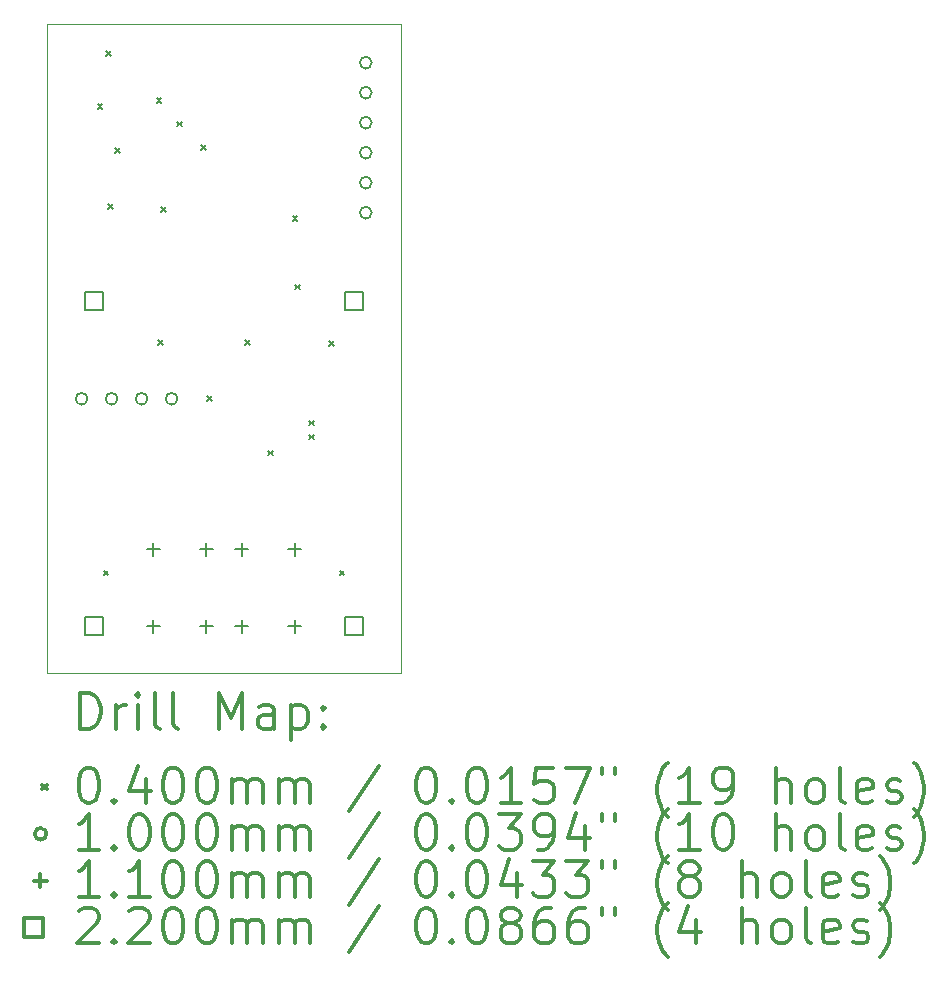
<source format=gbr>
%FSLAX45Y45*%
G04 Gerber Fmt 4.5, Leading zero omitted, Abs format (unit mm)*
G04 Created by KiCad (PCBNEW 5.99.0+really5.1.10+dfsg1-1) date 2022-07-07 23:47:38*
%MOMM*%
%LPD*%
G01*
G04 APERTURE LIST*
%TA.AperFunction,Profile*%
%ADD10C,0.050000*%
%TD*%
%ADD11C,0.200000*%
%ADD12C,0.300000*%
G04 APERTURE END LIST*
D10*
X0Y-5500000D02*
X0Y0D01*
X3000000Y-5500000D02*
X0Y-5500000D01*
X3000000Y0D02*
X3000000Y-5500000D01*
X0Y0D02*
X3000000Y0D01*
D11*
X430000Y-680000D02*
X470000Y-720000D01*
X470000Y-680000D02*
X430000Y-720000D01*
X480000Y-4630000D02*
X520000Y-4670000D01*
X520000Y-4630000D02*
X480000Y-4670000D01*
X505000Y-230000D02*
X545000Y-270000D01*
X545000Y-230000D02*
X505000Y-270000D01*
X520000Y-1530000D02*
X560000Y-1570000D01*
X560000Y-1530000D02*
X520000Y-1570000D01*
X580000Y-1055000D02*
X620000Y-1095000D01*
X620000Y-1055000D02*
X580000Y-1095000D01*
X930000Y-630000D02*
X970000Y-670000D01*
X970000Y-630000D02*
X930000Y-670000D01*
X944502Y-2680000D02*
X984502Y-2720000D01*
X984502Y-2680000D02*
X944502Y-2720000D01*
X970000Y-1550000D02*
X1010000Y-1590000D01*
X1010000Y-1550000D02*
X970000Y-1590000D01*
X1105000Y-830000D02*
X1145000Y-870000D01*
X1145000Y-830000D02*
X1105000Y-870000D01*
X1305000Y-1030000D02*
X1345000Y-1070000D01*
X1345000Y-1030000D02*
X1305000Y-1070000D01*
X1355000Y-3155000D02*
X1395000Y-3195000D01*
X1395000Y-3155000D02*
X1355000Y-3195000D01*
X1680000Y-2680000D02*
X1720000Y-2720000D01*
X1720000Y-2680000D02*
X1680000Y-2720000D01*
X1875000Y-3615000D02*
X1915000Y-3655000D01*
X1915000Y-3615000D02*
X1875000Y-3655000D01*
X2080000Y-1630000D02*
X2120000Y-1670000D01*
X2120000Y-1630000D02*
X2080000Y-1670000D01*
X2100000Y-2210000D02*
X2140000Y-2250000D01*
X2140000Y-2210000D02*
X2100000Y-2250000D01*
X2220000Y-3360000D02*
X2260000Y-3400000D01*
X2260000Y-3360000D02*
X2220000Y-3400000D01*
X2220000Y-3480000D02*
X2260000Y-3520000D01*
X2260000Y-3480000D02*
X2220000Y-3520000D01*
X2390000Y-2690000D02*
X2430000Y-2730000D01*
X2430000Y-2690000D02*
X2390000Y-2730000D01*
X2480000Y-4630000D02*
X2520000Y-4670000D01*
X2520000Y-4630000D02*
X2480000Y-4670000D01*
X344000Y-3175000D02*
G75*
G03*
X344000Y-3175000I-50000J0D01*
G01*
X598000Y-3175000D02*
G75*
G03*
X598000Y-3175000I-50000J0D01*
G01*
X852000Y-3175000D02*
G75*
G03*
X852000Y-3175000I-50000J0D01*
G01*
X1106000Y-3175000D02*
G75*
G03*
X1106000Y-3175000I-50000J0D01*
G01*
X2750000Y-330000D02*
G75*
G03*
X2750000Y-330000I-50000J0D01*
G01*
X2750000Y-584000D02*
G75*
G03*
X2750000Y-584000I-50000J0D01*
G01*
X2750000Y-838000D02*
G75*
G03*
X2750000Y-838000I-50000J0D01*
G01*
X2750000Y-1092000D02*
G75*
G03*
X2750000Y-1092000I-50000J0D01*
G01*
X2750000Y-1346000D02*
G75*
G03*
X2750000Y-1346000I-50000J0D01*
G01*
X2750000Y-1600000D02*
G75*
G03*
X2750000Y-1600000I-50000J0D01*
G01*
X900000Y-4395000D02*
X900000Y-4505000D01*
X845000Y-4450000D02*
X955000Y-4450000D01*
X900000Y-5045000D02*
X900000Y-5155000D01*
X845000Y-5100000D02*
X955000Y-5100000D01*
X1350000Y-4395000D02*
X1350000Y-4505000D01*
X1295000Y-4450000D02*
X1405000Y-4450000D01*
X1350000Y-5045000D02*
X1350000Y-5155000D01*
X1295000Y-5100000D02*
X1405000Y-5100000D01*
X1650000Y-4395000D02*
X1650000Y-4505000D01*
X1595000Y-4450000D02*
X1705000Y-4450000D01*
X1650000Y-5045000D02*
X1650000Y-5155000D01*
X1595000Y-5100000D02*
X1705000Y-5100000D01*
X2100000Y-4395000D02*
X2100000Y-4505000D01*
X2045000Y-4450000D02*
X2155000Y-4450000D01*
X2100000Y-5045000D02*
X2100000Y-5155000D01*
X2045000Y-5100000D02*
X2155000Y-5100000D01*
X477782Y-2427783D02*
X477782Y-2272218D01*
X322218Y-2272218D01*
X322218Y-2427783D01*
X477782Y-2427783D01*
X477782Y-5177783D02*
X477782Y-5022218D01*
X322218Y-5022218D01*
X322218Y-5177783D01*
X477782Y-5177783D01*
X2677783Y-2427783D02*
X2677783Y-2272218D01*
X2522218Y-2272218D01*
X2522218Y-2427783D01*
X2677783Y-2427783D01*
X2677783Y-5177783D02*
X2677783Y-5022218D01*
X2522218Y-5022218D01*
X2522218Y-5177783D01*
X2677783Y-5177783D01*
D12*
X283928Y-5968214D02*
X283928Y-5668214D01*
X355357Y-5668214D01*
X398214Y-5682500D01*
X426786Y-5711071D01*
X441071Y-5739643D01*
X455357Y-5796786D01*
X455357Y-5839643D01*
X441071Y-5896786D01*
X426786Y-5925357D01*
X398214Y-5953929D01*
X355357Y-5968214D01*
X283928Y-5968214D01*
X583928Y-5968214D02*
X583928Y-5768214D01*
X583928Y-5825357D02*
X598214Y-5796786D01*
X612500Y-5782500D01*
X641071Y-5768214D01*
X669643Y-5768214D01*
X769643Y-5968214D02*
X769643Y-5768214D01*
X769643Y-5668214D02*
X755357Y-5682500D01*
X769643Y-5696786D01*
X783928Y-5682500D01*
X769643Y-5668214D01*
X769643Y-5696786D01*
X955357Y-5968214D02*
X926786Y-5953929D01*
X912500Y-5925357D01*
X912500Y-5668214D01*
X1112500Y-5968214D02*
X1083928Y-5953929D01*
X1069643Y-5925357D01*
X1069643Y-5668214D01*
X1455357Y-5968214D02*
X1455357Y-5668214D01*
X1555357Y-5882500D01*
X1655357Y-5668214D01*
X1655357Y-5968214D01*
X1926786Y-5968214D02*
X1926786Y-5811071D01*
X1912500Y-5782500D01*
X1883928Y-5768214D01*
X1826786Y-5768214D01*
X1798214Y-5782500D01*
X1926786Y-5953929D02*
X1898214Y-5968214D01*
X1826786Y-5968214D01*
X1798214Y-5953929D01*
X1783928Y-5925357D01*
X1783928Y-5896786D01*
X1798214Y-5868214D01*
X1826786Y-5853929D01*
X1898214Y-5853929D01*
X1926786Y-5839643D01*
X2069643Y-5768214D02*
X2069643Y-6068214D01*
X2069643Y-5782500D02*
X2098214Y-5768214D01*
X2155357Y-5768214D01*
X2183928Y-5782500D01*
X2198214Y-5796786D01*
X2212500Y-5825357D01*
X2212500Y-5911071D01*
X2198214Y-5939643D01*
X2183928Y-5953929D01*
X2155357Y-5968214D01*
X2098214Y-5968214D01*
X2069643Y-5953929D01*
X2341071Y-5939643D02*
X2355357Y-5953929D01*
X2341071Y-5968214D01*
X2326786Y-5953929D01*
X2341071Y-5939643D01*
X2341071Y-5968214D01*
X2341071Y-5782500D02*
X2355357Y-5796786D01*
X2341071Y-5811071D01*
X2326786Y-5796786D01*
X2341071Y-5782500D01*
X2341071Y-5811071D01*
X-42500Y-6442500D02*
X-2500Y-6482500D01*
X-2500Y-6442500D02*
X-42500Y-6482500D01*
X341071Y-6298214D02*
X369643Y-6298214D01*
X398214Y-6312500D01*
X412500Y-6326786D01*
X426786Y-6355357D01*
X441071Y-6412500D01*
X441071Y-6483929D01*
X426786Y-6541071D01*
X412500Y-6569643D01*
X398214Y-6583929D01*
X369643Y-6598214D01*
X341071Y-6598214D01*
X312500Y-6583929D01*
X298214Y-6569643D01*
X283928Y-6541071D01*
X269643Y-6483929D01*
X269643Y-6412500D01*
X283928Y-6355357D01*
X298214Y-6326786D01*
X312500Y-6312500D01*
X341071Y-6298214D01*
X569643Y-6569643D02*
X583928Y-6583929D01*
X569643Y-6598214D01*
X555357Y-6583929D01*
X569643Y-6569643D01*
X569643Y-6598214D01*
X841071Y-6398214D02*
X841071Y-6598214D01*
X769643Y-6283929D02*
X698214Y-6498214D01*
X883928Y-6498214D01*
X1055357Y-6298214D02*
X1083928Y-6298214D01*
X1112500Y-6312500D01*
X1126786Y-6326786D01*
X1141071Y-6355357D01*
X1155357Y-6412500D01*
X1155357Y-6483929D01*
X1141071Y-6541071D01*
X1126786Y-6569643D01*
X1112500Y-6583929D01*
X1083928Y-6598214D01*
X1055357Y-6598214D01*
X1026786Y-6583929D01*
X1012500Y-6569643D01*
X998214Y-6541071D01*
X983928Y-6483929D01*
X983928Y-6412500D01*
X998214Y-6355357D01*
X1012500Y-6326786D01*
X1026786Y-6312500D01*
X1055357Y-6298214D01*
X1341071Y-6298214D02*
X1369643Y-6298214D01*
X1398214Y-6312500D01*
X1412500Y-6326786D01*
X1426786Y-6355357D01*
X1441071Y-6412500D01*
X1441071Y-6483929D01*
X1426786Y-6541071D01*
X1412500Y-6569643D01*
X1398214Y-6583929D01*
X1369643Y-6598214D01*
X1341071Y-6598214D01*
X1312500Y-6583929D01*
X1298214Y-6569643D01*
X1283928Y-6541071D01*
X1269643Y-6483929D01*
X1269643Y-6412500D01*
X1283928Y-6355357D01*
X1298214Y-6326786D01*
X1312500Y-6312500D01*
X1341071Y-6298214D01*
X1569643Y-6598214D02*
X1569643Y-6398214D01*
X1569643Y-6426786D02*
X1583928Y-6412500D01*
X1612500Y-6398214D01*
X1655357Y-6398214D01*
X1683928Y-6412500D01*
X1698214Y-6441071D01*
X1698214Y-6598214D01*
X1698214Y-6441071D02*
X1712500Y-6412500D01*
X1741071Y-6398214D01*
X1783928Y-6398214D01*
X1812500Y-6412500D01*
X1826786Y-6441071D01*
X1826786Y-6598214D01*
X1969643Y-6598214D02*
X1969643Y-6398214D01*
X1969643Y-6426786D02*
X1983928Y-6412500D01*
X2012500Y-6398214D01*
X2055357Y-6398214D01*
X2083928Y-6412500D01*
X2098214Y-6441071D01*
X2098214Y-6598214D01*
X2098214Y-6441071D02*
X2112500Y-6412500D01*
X2141071Y-6398214D01*
X2183928Y-6398214D01*
X2212500Y-6412500D01*
X2226786Y-6441071D01*
X2226786Y-6598214D01*
X2812500Y-6283929D02*
X2555357Y-6669643D01*
X3198214Y-6298214D02*
X3226786Y-6298214D01*
X3255357Y-6312500D01*
X3269643Y-6326786D01*
X3283928Y-6355357D01*
X3298214Y-6412500D01*
X3298214Y-6483929D01*
X3283928Y-6541071D01*
X3269643Y-6569643D01*
X3255357Y-6583929D01*
X3226786Y-6598214D01*
X3198214Y-6598214D01*
X3169643Y-6583929D01*
X3155357Y-6569643D01*
X3141071Y-6541071D01*
X3126786Y-6483929D01*
X3126786Y-6412500D01*
X3141071Y-6355357D01*
X3155357Y-6326786D01*
X3169643Y-6312500D01*
X3198214Y-6298214D01*
X3426786Y-6569643D02*
X3441071Y-6583929D01*
X3426786Y-6598214D01*
X3412500Y-6583929D01*
X3426786Y-6569643D01*
X3426786Y-6598214D01*
X3626786Y-6298214D02*
X3655357Y-6298214D01*
X3683928Y-6312500D01*
X3698214Y-6326786D01*
X3712500Y-6355357D01*
X3726786Y-6412500D01*
X3726786Y-6483929D01*
X3712500Y-6541071D01*
X3698214Y-6569643D01*
X3683928Y-6583929D01*
X3655357Y-6598214D01*
X3626786Y-6598214D01*
X3598214Y-6583929D01*
X3583928Y-6569643D01*
X3569643Y-6541071D01*
X3555357Y-6483929D01*
X3555357Y-6412500D01*
X3569643Y-6355357D01*
X3583928Y-6326786D01*
X3598214Y-6312500D01*
X3626786Y-6298214D01*
X4012500Y-6598214D02*
X3841071Y-6598214D01*
X3926786Y-6598214D02*
X3926786Y-6298214D01*
X3898214Y-6341071D01*
X3869643Y-6369643D01*
X3841071Y-6383929D01*
X4283928Y-6298214D02*
X4141071Y-6298214D01*
X4126786Y-6441071D01*
X4141071Y-6426786D01*
X4169643Y-6412500D01*
X4241071Y-6412500D01*
X4269643Y-6426786D01*
X4283928Y-6441071D01*
X4298214Y-6469643D01*
X4298214Y-6541071D01*
X4283928Y-6569643D01*
X4269643Y-6583929D01*
X4241071Y-6598214D01*
X4169643Y-6598214D01*
X4141071Y-6583929D01*
X4126786Y-6569643D01*
X4398214Y-6298214D02*
X4598214Y-6298214D01*
X4469643Y-6598214D01*
X4698214Y-6298214D02*
X4698214Y-6355357D01*
X4812500Y-6298214D02*
X4812500Y-6355357D01*
X5255357Y-6712500D02*
X5241071Y-6698214D01*
X5212500Y-6655357D01*
X5198214Y-6626786D01*
X5183928Y-6583929D01*
X5169643Y-6512500D01*
X5169643Y-6455357D01*
X5183928Y-6383929D01*
X5198214Y-6341071D01*
X5212500Y-6312500D01*
X5241071Y-6269643D01*
X5255357Y-6255357D01*
X5526786Y-6598214D02*
X5355357Y-6598214D01*
X5441071Y-6598214D02*
X5441071Y-6298214D01*
X5412500Y-6341071D01*
X5383928Y-6369643D01*
X5355357Y-6383929D01*
X5669643Y-6598214D02*
X5726786Y-6598214D01*
X5755357Y-6583929D01*
X5769643Y-6569643D01*
X5798214Y-6526786D01*
X5812500Y-6469643D01*
X5812500Y-6355357D01*
X5798214Y-6326786D01*
X5783928Y-6312500D01*
X5755357Y-6298214D01*
X5698214Y-6298214D01*
X5669643Y-6312500D01*
X5655357Y-6326786D01*
X5641071Y-6355357D01*
X5641071Y-6426786D01*
X5655357Y-6455357D01*
X5669643Y-6469643D01*
X5698214Y-6483929D01*
X5755357Y-6483929D01*
X5783928Y-6469643D01*
X5798214Y-6455357D01*
X5812500Y-6426786D01*
X6169643Y-6598214D02*
X6169643Y-6298214D01*
X6298214Y-6598214D02*
X6298214Y-6441071D01*
X6283928Y-6412500D01*
X6255357Y-6398214D01*
X6212500Y-6398214D01*
X6183928Y-6412500D01*
X6169643Y-6426786D01*
X6483928Y-6598214D02*
X6455357Y-6583929D01*
X6441071Y-6569643D01*
X6426786Y-6541071D01*
X6426786Y-6455357D01*
X6441071Y-6426786D01*
X6455357Y-6412500D01*
X6483928Y-6398214D01*
X6526786Y-6398214D01*
X6555357Y-6412500D01*
X6569643Y-6426786D01*
X6583928Y-6455357D01*
X6583928Y-6541071D01*
X6569643Y-6569643D01*
X6555357Y-6583929D01*
X6526786Y-6598214D01*
X6483928Y-6598214D01*
X6755357Y-6598214D02*
X6726786Y-6583929D01*
X6712500Y-6555357D01*
X6712500Y-6298214D01*
X6983928Y-6583929D02*
X6955357Y-6598214D01*
X6898214Y-6598214D01*
X6869643Y-6583929D01*
X6855357Y-6555357D01*
X6855357Y-6441071D01*
X6869643Y-6412500D01*
X6898214Y-6398214D01*
X6955357Y-6398214D01*
X6983928Y-6412500D01*
X6998214Y-6441071D01*
X6998214Y-6469643D01*
X6855357Y-6498214D01*
X7112500Y-6583929D02*
X7141071Y-6598214D01*
X7198214Y-6598214D01*
X7226786Y-6583929D01*
X7241071Y-6555357D01*
X7241071Y-6541071D01*
X7226786Y-6512500D01*
X7198214Y-6498214D01*
X7155357Y-6498214D01*
X7126786Y-6483929D01*
X7112500Y-6455357D01*
X7112500Y-6441071D01*
X7126786Y-6412500D01*
X7155357Y-6398214D01*
X7198214Y-6398214D01*
X7226786Y-6412500D01*
X7341071Y-6712500D02*
X7355357Y-6698214D01*
X7383928Y-6655357D01*
X7398214Y-6626786D01*
X7412500Y-6583929D01*
X7426786Y-6512500D01*
X7426786Y-6455357D01*
X7412500Y-6383929D01*
X7398214Y-6341071D01*
X7383928Y-6312500D01*
X7355357Y-6269643D01*
X7341071Y-6255357D01*
X-2500Y-6858500D02*
G75*
G03*
X-2500Y-6858500I-50000J0D01*
G01*
X441071Y-6994214D02*
X269643Y-6994214D01*
X355357Y-6994214D02*
X355357Y-6694214D01*
X326786Y-6737071D01*
X298214Y-6765643D01*
X269643Y-6779929D01*
X569643Y-6965643D02*
X583928Y-6979929D01*
X569643Y-6994214D01*
X555357Y-6979929D01*
X569643Y-6965643D01*
X569643Y-6994214D01*
X769643Y-6694214D02*
X798214Y-6694214D01*
X826786Y-6708500D01*
X841071Y-6722786D01*
X855357Y-6751357D01*
X869643Y-6808500D01*
X869643Y-6879929D01*
X855357Y-6937071D01*
X841071Y-6965643D01*
X826786Y-6979929D01*
X798214Y-6994214D01*
X769643Y-6994214D01*
X741071Y-6979929D01*
X726786Y-6965643D01*
X712500Y-6937071D01*
X698214Y-6879929D01*
X698214Y-6808500D01*
X712500Y-6751357D01*
X726786Y-6722786D01*
X741071Y-6708500D01*
X769643Y-6694214D01*
X1055357Y-6694214D02*
X1083928Y-6694214D01*
X1112500Y-6708500D01*
X1126786Y-6722786D01*
X1141071Y-6751357D01*
X1155357Y-6808500D01*
X1155357Y-6879929D01*
X1141071Y-6937071D01*
X1126786Y-6965643D01*
X1112500Y-6979929D01*
X1083928Y-6994214D01*
X1055357Y-6994214D01*
X1026786Y-6979929D01*
X1012500Y-6965643D01*
X998214Y-6937071D01*
X983928Y-6879929D01*
X983928Y-6808500D01*
X998214Y-6751357D01*
X1012500Y-6722786D01*
X1026786Y-6708500D01*
X1055357Y-6694214D01*
X1341071Y-6694214D02*
X1369643Y-6694214D01*
X1398214Y-6708500D01*
X1412500Y-6722786D01*
X1426786Y-6751357D01*
X1441071Y-6808500D01*
X1441071Y-6879929D01*
X1426786Y-6937071D01*
X1412500Y-6965643D01*
X1398214Y-6979929D01*
X1369643Y-6994214D01*
X1341071Y-6994214D01*
X1312500Y-6979929D01*
X1298214Y-6965643D01*
X1283928Y-6937071D01*
X1269643Y-6879929D01*
X1269643Y-6808500D01*
X1283928Y-6751357D01*
X1298214Y-6722786D01*
X1312500Y-6708500D01*
X1341071Y-6694214D01*
X1569643Y-6994214D02*
X1569643Y-6794214D01*
X1569643Y-6822786D02*
X1583928Y-6808500D01*
X1612500Y-6794214D01*
X1655357Y-6794214D01*
X1683928Y-6808500D01*
X1698214Y-6837071D01*
X1698214Y-6994214D01*
X1698214Y-6837071D02*
X1712500Y-6808500D01*
X1741071Y-6794214D01*
X1783928Y-6794214D01*
X1812500Y-6808500D01*
X1826786Y-6837071D01*
X1826786Y-6994214D01*
X1969643Y-6994214D02*
X1969643Y-6794214D01*
X1969643Y-6822786D02*
X1983928Y-6808500D01*
X2012500Y-6794214D01*
X2055357Y-6794214D01*
X2083928Y-6808500D01*
X2098214Y-6837071D01*
X2098214Y-6994214D01*
X2098214Y-6837071D02*
X2112500Y-6808500D01*
X2141071Y-6794214D01*
X2183928Y-6794214D01*
X2212500Y-6808500D01*
X2226786Y-6837071D01*
X2226786Y-6994214D01*
X2812500Y-6679929D02*
X2555357Y-7065643D01*
X3198214Y-6694214D02*
X3226786Y-6694214D01*
X3255357Y-6708500D01*
X3269643Y-6722786D01*
X3283928Y-6751357D01*
X3298214Y-6808500D01*
X3298214Y-6879929D01*
X3283928Y-6937071D01*
X3269643Y-6965643D01*
X3255357Y-6979929D01*
X3226786Y-6994214D01*
X3198214Y-6994214D01*
X3169643Y-6979929D01*
X3155357Y-6965643D01*
X3141071Y-6937071D01*
X3126786Y-6879929D01*
X3126786Y-6808500D01*
X3141071Y-6751357D01*
X3155357Y-6722786D01*
X3169643Y-6708500D01*
X3198214Y-6694214D01*
X3426786Y-6965643D02*
X3441071Y-6979929D01*
X3426786Y-6994214D01*
X3412500Y-6979929D01*
X3426786Y-6965643D01*
X3426786Y-6994214D01*
X3626786Y-6694214D02*
X3655357Y-6694214D01*
X3683928Y-6708500D01*
X3698214Y-6722786D01*
X3712500Y-6751357D01*
X3726786Y-6808500D01*
X3726786Y-6879929D01*
X3712500Y-6937071D01*
X3698214Y-6965643D01*
X3683928Y-6979929D01*
X3655357Y-6994214D01*
X3626786Y-6994214D01*
X3598214Y-6979929D01*
X3583928Y-6965643D01*
X3569643Y-6937071D01*
X3555357Y-6879929D01*
X3555357Y-6808500D01*
X3569643Y-6751357D01*
X3583928Y-6722786D01*
X3598214Y-6708500D01*
X3626786Y-6694214D01*
X3826786Y-6694214D02*
X4012500Y-6694214D01*
X3912500Y-6808500D01*
X3955357Y-6808500D01*
X3983928Y-6822786D01*
X3998214Y-6837071D01*
X4012500Y-6865643D01*
X4012500Y-6937071D01*
X3998214Y-6965643D01*
X3983928Y-6979929D01*
X3955357Y-6994214D01*
X3869643Y-6994214D01*
X3841071Y-6979929D01*
X3826786Y-6965643D01*
X4155357Y-6994214D02*
X4212500Y-6994214D01*
X4241071Y-6979929D01*
X4255357Y-6965643D01*
X4283928Y-6922786D01*
X4298214Y-6865643D01*
X4298214Y-6751357D01*
X4283928Y-6722786D01*
X4269643Y-6708500D01*
X4241071Y-6694214D01*
X4183928Y-6694214D01*
X4155357Y-6708500D01*
X4141071Y-6722786D01*
X4126786Y-6751357D01*
X4126786Y-6822786D01*
X4141071Y-6851357D01*
X4155357Y-6865643D01*
X4183928Y-6879929D01*
X4241071Y-6879929D01*
X4269643Y-6865643D01*
X4283928Y-6851357D01*
X4298214Y-6822786D01*
X4555357Y-6794214D02*
X4555357Y-6994214D01*
X4483928Y-6679929D02*
X4412500Y-6894214D01*
X4598214Y-6894214D01*
X4698214Y-6694214D02*
X4698214Y-6751357D01*
X4812500Y-6694214D02*
X4812500Y-6751357D01*
X5255357Y-7108500D02*
X5241071Y-7094214D01*
X5212500Y-7051357D01*
X5198214Y-7022786D01*
X5183928Y-6979929D01*
X5169643Y-6908500D01*
X5169643Y-6851357D01*
X5183928Y-6779929D01*
X5198214Y-6737071D01*
X5212500Y-6708500D01*
X5241071Y-6665643D01*
X5255357Y-6651357D01*
X5526786Y-6994214D02*
X5355357Y-6994214D01*
X5441071Y-6994214D02*
X5441071Y-6694214D01*
X5412500Y-6737071D01*
X5383928Y-6765643D01*
X5355357Y-6779929D01*
X5712500Y-6694214D02*
X5741071Y-6694214D01*
X5769643Y-6708500D01*
X5783928Y-6722786D01*
X5798214Y-6751357D01*
X5812500Y-6808500D01*
X5812500Y-6879929D01*
X5798214Y-6937071D01*
X5783928Y-6965643D01*
X5769643Y-6979929D01*
X5741071Y-6994214D01*
X5712500Y-6994214D01*
X5683928Y-6979929D01*
X5669643Y-6965643D01*
X5655357Y-6937071D01*
X5641071Y-6879929D01*
X5641071Y-6808500D01*
X5655357Y-6751357D01*
X5669643Y-6722786D01*
X5683928Y-6708500D01*
X5712500Y-6694214D01*
X6169643Y-6994214D02*
X6169643Y-6694214D01*
X6298214Y-6994214D02*
X6298214Y-6837071D01*
X6283928Y-6808500D01*
X6255357Y-6794214D01*
X6212500Y-6794214D01*
X6183928Y-6808500D01*
X6169643Y-6822786D01*
X6483928Y-6994214D02*
X6455357Y-6979929D01*
X6441071Y-6965643D01*
X6426786Y-6937071D01*
X6426786Y-6851357D01*
X6441071Y-6822786D01*
X6455357Y-6808500D01*
X6483928Y-6794214D01*
X6526786Y-6794214D01*
X6555357Y-6808500D01*
X6569643Y-6822786D01*
X6583928Y-6851357D01*
X6583928Y-6937071D01*
X6569643Y-6965643D01*
X6555357Y-6979929D01*
X6526786Y-6994214D01*
X6483928Y-6994214D01*
X6755357Y-6994214D02*
X6726786Y-6979929D01*
X6712500Y-6951357D01*
X6712500Y-6694214D01*
X6983928Y-6979929D02*
X6955357Y-6994214D01*
X6898214Y-6994214D01*
X6869643Y-6979929D01*
X6855357Y-6951357D01*
X6855357Y-6837071D01*
X6869643Y-6808500D01*
X6898214Y-6794214D01*
X6955357Y-6794214D01*
X6983928Y-6808500D01*
X6998214Y-6837071D01*
X6998214Y-6865643D01*
X6855357Y-6894214D01*
X7112500Y-6979929D02*
X7141071Y-6994214D01*
X7198214Y-6994214D01*
X7226786Y-6979929D01*
X7241071Y-6951357D01*
X7241071Y-6937071D01*
X7226786Y-6908500D01*
X7198214Y-6894214D01*
X7155357Y-6894214D01*
X7126786Y-6879929D01*
X7112500Y-6851357D01*
X7112500Y-6837071D01*
X7126786Y-6808500D01*
X7155357Y-6794214D01*
X7198214Y-6794214D01*
X7226786Y-6808500D01*
X7341071Y-7108500D02*
X7355357Y-7094214D01*
X7383928Y-7051357D01*
X7398214Y-7022786D01*
X7412500Y-6979929D01*
X7426786Y-6908500D01*
X7426786Y-6851357D01*
X7412500Y-6779929D01*
X7398214Y-6737071D01*
X7383928Y-6708500D01*
X7355357Y-6665643D01*
X7341071Y-6651357D01*
X-57500Y-7199500D02*
X-57500Y-7309500D01*
X-112500Y-7254500D02*
X-2500Y-7254500D01*
X441071Y-7390214D02*
X269643Y-7390214D01*
X355357Y-7390214D02*
X355357Y-7090214D01*
X326786Y-7133071D01*
X298214Y-7161643D01*
X269643Y-7175929D01*
X569643Y-7361643D02*
X583928Y-7375929D01*
X569643Y-7390214D01*
X555357Y-7375929D01*
X569643Y-7361643D01*
X569643Y-7390214D01*
X869643Y-7390214D02*
X698214Y-7390214D01*
X783928Y-7390214D02*
X783928Y-7090214D01*
X755357Y-7133071D01*
X726786Y-7161643D01*
X698214Y-7175929D01*
X1055357Y-7090214D02*
X1083928Y-7090214D01*
X1112500Y-7104500D01*
X1126786Y-7118786D01*
X1141071Y-7147357D01*
X1155357Y-7204500D01*
X1155357Y-7275929D01*
X1141071Y-7333071D01*
X1126786Y-7361643D01*
X1112500Y-7375929D01*
X1083928Y-7390214D01*
X1055357Y-7390214D01*
X1026786Y-7375929D01*
X1012500Y-7361643D01*
X998214Y-7333071D01*
X983928Y-7275929D01*
X983928Y-7204500D01*
X998214Y-7147357D01*
X1012500Y-7118786D01*
X1026786Y-7104500D01*
X1055357Y-7090214D01*
X1341071Y-7090214D02*
X1369643Y-7090214D01*
X1398214Y-7104500D01*
X1412500Y-7118786D01*
X1426786Y-7147357D01*
X1441071Y-7204500D01*
X1441071Y-7275929D01*
X1426786Y-7333071D01*
X1412500Y-7361643D01*
X1398214Y-7375929D01*
X1369643Y-7390214D01*
X1341071Y-7390214D01*
X1312500Y-7375929D01*
X1298214Y-7361643D01*
X1283928Y-7333071D01*
X1269643Y-7275929D01*
X1269643Y-7204500D01*
X1283928Y-7147357D01*
X1298214Y-7118786D01*
X1312500Y-7104500D01*
X1341071Y-7090214D01*
X1569643Y-7390214D02*
X1569643Y-7190214D01*
X1569643Y-7218786D02*
X1583928Y-7204500D01*
X1612500Y-7190214D01*
X1655357Y-7190214D01*
X1683928Y-7204500D01*
X1698214Y-7233071D01*
X1698214Y-7390214D01*
X1698214Y-7233071D02*
X1712500Y-7204500D01*
X1741071Y-7190214D01*
X1783928Y-7190214D01*
X1812500Y-7204500D01*
X1826786Y-7233071D01*
X1826786Y-7390214D01*
X1969643Y-7390214D02*
X1969643Y-7190214D01*
X1969643Y-7218786D02*
X1983928Y-7204500D01*
X2012500Y-7190214D01*
X2055357Y-7190214D01*
X2083928Y-7204500D01*
X2098214Y-7233071D01*
X2098214Y-7390214D01*
X2098214Y-7233071D02*
X2112500Y-7204500D01*
X2141071Y-7190214D01*
X2183928Y-7190214D01*
X2212500Y-7204500D01*
X2226786Y-7233071D01*
X2226786Y-7390214D01*
X2812500Y-7075929D02*
X2555357Y-7461643D01*
X3198214Y-7090214D02*
X3226786Y-7090214D01*
X3255357Y-7104500D01*
X3269643Y-7118786D01*
X3283928Y-7147357D01*
X3298214Y-7204500D01*
X3298214Y-7275929D01*
X3283928Y-7333071D01*
X3269643Y-7361643D01*
X3255357Y-7375929D01*
X3226786Y-7390214D01*
X3198214Y-7390214D01*
X3169643Y-7375929D01*
X3155357Y-7361643D01*
X3141071Y-7333071D01*
X3126786Y-7275929D01*
X3126786Y-7204500D01*
X3141071Y-7147357D01*
X3155357Y-7118786D01*
X3169643Y-7104500D01*
X3198214Y-7090214D01*
X3426786Y-7361643D02*
X3441071Y-7375929D01*
X3426786Y-7390214D01*
X3412500Y-7375929D01*
X3426786Y-7361643D01*
X3426786Y-7390214D01*
X3626786Y-7090214D02*
X3655357Y-7090214D01*
X3683928Y-7104500D01*
X3698214Y-7118786D01*
X3712500Y-7147357D01*
X3726786Y-7204500D01*
X3726786Y-7275929D01*
X3712500Y-7333071D01*
X3698214Y-7361643D01*
X3683928Y-7375929D01*
X3655357Y-7390214D01*
X3626786Y-7390214D01*
X3598214Y-7375929D01*
X3583928Y-7361643D01*
X3569643Y-7333071D01*
X3555357Y-7275929D01*
X3555357Y-7204500D01*
X3569643Y-7147357D01*
X3583928Y-7118786D01*
X3598214Y-7104500D01*
X3626786Y-7090214D01*
X3983928Y-7190214D02*
X3983928Y-7390214D01*
X3912500Y-7075929D02*
X3841071Y-7290214D01*
X4026786Y-7290214D01*
X4112500Y-7090214D02*
X4298214Y-7090214D01*
X4198214Y-7204500D01*
X4241071Y-7204500D01*
X4269643Y-7218786D01*
X4283928Y-7233071D01*
X4298214Y-7261643D01*
X4298214Y-7333071D01*
X4283928Y-7361643D01*
X4269643Y-7375929D01*
X4241071Y-7390214D01*
X4155357Y-7390214D01*
X4126786Y-7375929D01*
X4112500Y-7361643D01*
X4398214Y-7090214D02*
X4583928Y-7090214D01*
X4483928Y-7204500D01*
X4526786Y-7204500D01*
X4555357Y-7218786D01*
X4569643Y-7233071D01*
X4583928Y-7261643D01*
X4583928Y-7333071D01*
X4569643Y-7361643D01*
X4555357Y-7375929D01*
X4526786Y-7390214D01*
X4441071Y-7390214D01*
X4412500Y-7375929D01*
X4398214Y-7361643D01*
X4698214Y-7090214D02*
X4698214Y-7147357D01*
X4812500Y-7090214D02*
X4812500Y-7147357D01*
X5255357Y-7504500D02*
X5241071Y-7490214D01*
X5212500Y-7447357D01*
X5198214Y-7418786D01*
X5183928Y-7375929D01*
X5169643Y-7304500D01*
X5169643Y-7247357D01*
X5183928Y-7175929D01*
X5198214Y-7133071D01*
X5212500Y-7104500D01*
X5241071Y-7061643D01*
X5255357Y-7047357D01*
X5412500Y-7218786D02*
X5383928Y-7204500D01*
X5369643Y-7190214D01*
X5355357Y-7161643D01*
X5355357Y-7147357D01*
X5369643Y-7118786D01*
X5383928Y-7104500D01*
X5412500Y-7090214D01*
X5469643Y-7090214D01*
X5498214Y-7104500D01*
X5512500Y-7118786D01*
X5526786Y-7147357D01*
X5526786Y-7161643D01*
X5512500Y-7190214D01*
X5498214Y-7204500D01*
X5469643Y-7218786D01*
X5412500Y-7218786D01*
X5383928Y-7233071D01*
X5369643Y-7247357D01*
X5355357Y-7275929D01*
X5355357Y-7333071D01*
X5369643Y-7361643D01*
X5383928Y-7375929D01*
X5412500Y-7390214D01*
X5469643Y-7390214D01*
X5498214Y-7375929D01*
X5512500Y-7361643D01*
X5526786Y-7333071D01*
X5526786Y-7275929D01*
X5512500Y-7247357D01*
X5498214Y-7233071D01*
X5469643Y-7218786D01*
X5883928Y-7390214D02*
X5883928Y-7090214D01*
X6012500Y-7390214D02*
X6012500Y-7233071D01*
X5998214Y-7204500D01*
X5969643Y-7190214D01*
X5926786Y-7190214D01*
X5898214Y-7204500D01*
X5883928Y-7218786D01*
X6198214Y-7390214D02*
X6169643Y-7375929D01*
X6155357Y-7361643D01*
X6141071Y-7333071D01*
X6141071Y-7247357D01*
X6155357Y-7218786D01*
X6169643Y-7204500D01*
X6198214Y-7190214D01*
X6241071Y-7190214D01*
X6269643Y-7204500D01*
X6283928Y-7218786D01*
X6298214Y-7247357D01*
X6298214Y-7333071D01*
X6283928Y-7361643D01*
X6269643Y-7375929D01*
X6241071Y-7390214D01*
X6198214Y-7390214D01*
X6469643Y-7390214D02*
X6441071Y-7375929D01*
X6426786Y-7347357D01*
X6426786Y-7090214D01*
X6698214Y-7375929D02*
X6669643Y-7390214D01*
X6612500Y-7390214D01*
X6583928Y-7375929D01*
X6569643Y-7347357D01*
X6569643Y-7233071D01*
X6583928Y-7204500D01*
X6612500Y-7190214D01*
X6669643Y-7190214D01*
X6698214Y-7204500D01*
X6712500Y-7233071D01*
X6712500Y-7261643D01*
X6569643Y-7290214D01*
X6826786Y-7375929D02*
X6855357Y-7390214D01*
X6912500Y-7390214D01*
X6941071Y-7375929D01*
X6955357Y-7347357D01*
X6955357Y-7333071D01*
X6941071Y-7304500D01*
X6912500Y-7290214D01*
X6869643Y-7290214D01*
X6841071Y-7275929D01*
X6826786Y-7247357D01*
X6826786Y-7233071D01*
X6841071Y-7204500D01*
X6869643Y-7190214D01*
X6912500Y-7190214D01*
X6941071Y-7204500D01*
X7055357Y-7504500D02*
X7069643Y-7490214D01*
X7098214Y-7447357D01*
X7112500Y-7418786D01*
X7126786Y-7375929D01*
X7141071Y-7304500D01*
X7141071Y-7247357D01*
X7126786Y-7175929D01*
X7112500Y-7133071D01*
X7098214Y-7104500D01*
X7069643Y-7061643D01*
X7055357Y-7047357D01*
X-34718Y-7728283D02*
X-34718Y-7572718D01*
X-190283Y-7572718D01*
X-190283Y-7728283D01*
X-34718Y-7728283D01*
X269643Y-7514786D02*
X283928Y-7500500D01*
X312500Y-7486214D01*
X383928Y-7486214D01*
X412500Y-7500500D01*
X426786Y-7514786D01*
X441071Y-7543357D01*
X441071Y-7571929D01*
X426786Y-7614786D01*
X255357Y-7786214D01*
X441071Y-7786214D01*
X569643Y-7757643D02*
X583928Y-7771929D01*
X569643Y-7786214D01*
X555357Y-7771929D01*
X569643Y-7757643D01*
X569643Y-7786214D01*
X698214Y-7514786D02*
X712500Y-7500500D01*
X741071Y-7486214D01*
X812500Y-7486214D01*
X841071Y-7500500D01*
X855357Y-7514786D01*
X869643Y-7543357D01*
X869643Y-7571929D01*
X855357Y-7614786D01*
X683928Y-7786214D01*
X869643Y-7786214D01*
X1055357Y-7486214D02*
X1083928Y-7486214D01*
X1112500Y-7500500D01*
X1126786Y-7514786D01*
X1141071Y-7543357D01*
X1155357Y-7600500D01*
X1155357Y-7671929D01*
X1141071Y-7729071D01*
X1126786Y-7757643D01*
X1112500Y-7771929D01*
X1083928Y-7786214D01*
X1055357Y-7786214D01*
X1026786Y-7771929D01*
X1012500Y-7757643D01*
X998214Y-7729071D01*
X983928Y-7671929D01*
X983928Y-7600500D01*
X998214Y-7543357D01*
X1012500Y-7514786D01*
X1026786Y-7500500D01*
X1055357Y-7486214D01*
X1341071Y-7486214D02*
X1369643Y-7486214D01*
X1398214Y-7500500D01*
X1412500Y-7514786D01*
X1426786Y-7543357D01*
X1441071Y-7600500D01*
X1441071Y-7671929D01*
X1426786Y-7729071D01*
X1412500Y-7757643D01*
X1398214Y-7771929D01*
X1369643Y-7786214D01*
X1341071Y-7786214D01*
X1312500Y-7771929D01*
X1298214Y-7757643D01*
X1283928Y-7729071D01*
X1269643Y-7671929D01*
X1269643Y-7600500D01*
X1283928Y-7543357D01*
X1298214Y-7514786D01*
X1312500Y-7500500D01*
X1341071Y-7486214D01*
X1569643Y-7786214D02*
X1569643Y-7586214D01*
X1569643Y-7614786D02*
X1583928Y-7600500D01*
X1612500Y-7586214D01*
X1655357Y-7586214D01*
X1683928Y-7600500D01*
X1698214Y-7629071D01*
X1698214Y-7786214D01*
X1698214Y-7629071D02*
X1712500Y-7600500D01*
X1741071Y-7586214D01*
X1783928Y-7586214D01*
X1812500Y-7600500D01*
X1826786Y-7629071D01*
X1826786Y-7786214D01*
X1969643Y-7786214D02*
X1969643Y-7586214D01*
X1969643Y-7614786D02*
X1983928Y-7600500D01*
X2012500Y-7586214D01*
X2055357Y-7586214D01*
X2083928Y-7600500D01*
X2098214Y-7629071D01*
X2098214Y-7786214D01*
X2098214Y-7629071D02*
X2112500Y-7600500D01*
X2141071Y-7586214D01*
X2183928Y-7586214D01*
X2212500Y-7600500D01*
X2226786Y-7629071D01*
X2226786Y-7786214D01*
X2812500Y-7471929D02*
X2555357Y-7857643D01*
X3198214Y-7486214D02*
X3226786Y-7486214D01*
X3255357Y-7500500D01*
X3269643Y-7514786D01*
X3283928Y-7543357D01*
X3298214Y-7600500D01*
X3298214Y-7671929D01*
X3283928Y-7729071D01*
X3269643Y-7757643D01*
X3255357Y-7771929D01*
X3226786Y-7786214D01*
X3198214Y-7786214D01*
X3169643Y-7771929D01*
X3155357Y-7757643D01*
X3141071Y-7729071D01*
X3126786Y-7671929D01*
X3126786Y-7600500D01*
X3141071Y-7543357D01*
X3155357Y-7514786D01*
X3169643Y-7500500D01*
X3198214Y-7486214D01*
X3426786Y-7757643D02*
X3441071Y-7771929D01*
X3426786Y-7786214D01*
X3412500Y-7771929D01*
X3426786Y-7757643D01*
X3426786Y-7786214D01*
X3626786Y-7486214D02*
X3655357Y-7486214D01*
X3683928Y-7500500D01*
X3698214Y-7514786D01*
X3712500Y-7543357D01*
X3726786Y-7600500D01*
X3726786Y-7671929D01*
X3712500Y-7729071D01*
X3698214Y-7757643D01*
X3683928Y-7771929D01*
X3655357Y-7786214D01*
X3626786Y-7786214D01*
X3598214Y-7771929D01*
X3583928Y-7757643D01*
X3569643Y-7729071D01*
X3555357Y-7671929D01*
X3555357Y-7600500D01*
X3569643Y-7543357D01*
X3583928Y-7514786D01*
X3598214Y-7500500D01*
X3626786Y-7486214D01*
X3898214Y-7614786D02*
X3869643Y-7600500D01*
X3855357Y-7586214D01*
X3841071Y-7557643D01*
X3841071Y-7543357D01*
X3855357Y-7514786D01*
X3869643Y-7500500D01*
X3898214Y-7486214D01*
X3955357Y-7486214D01*
X3983928Y-7500500D01*
X3998214Y-7514786D01*
X4012500Y-7543357D01*
X4012500Y-7557643D01*
X3998214Y-7586214D01*
X3983928Y-7600500D01*
X3955357Y-7614786D01*
X3898214Y-7614786D01*
X3869643Y-7629071D01*
X3855357Y-7643357D01*
X3841071Y-7671929D01*
X3841071Y-7729071D01*
X3855357Y-7757643D01*
X3869643Y-7771929D01*
X3898214Y-7786214D01*
X3955357Y-7786214D01*
X3983928Y-7771929D01*
X3998214Y-7757643D01*
X4012500Y-7729071D01*
X4012500Y-7671929D01*
X3998214Y-7643357D01*
X3983928Y-7629071D01*
X3955357Y-7614786D01*
X4269643Y-7486214D02*
X4212500Y-7486214D01*
X4183928Y-7500500D01*
X4169643Y-7514786D01*
X4141071Y-7557643D01*
X4126786Y-7614786D01*
X4126786Y-7729071D01*
X4141071Y-7757643D01*
X4155357Y-7771929D01*
X4183928Y-7786214D01*
X4241071Y-7786214D01*
X4269643Y-7771929D01*
X4283928Y-7757643D01*
X4298214Y-7729071D01*
X4298214Y-7657643D01*
X4283928Y-7629071D01*
X4269643Y-7614786D01*
X4241071Y-7600500D01*
X4183928Y-7600500D01*
X4155357Y-7614786D01*
X4141071Y-7629071D01*
X4126786Y-7657643D01*
X4555357Y-7486214D02*
X4498214Y-7486214D01*
X4469643Y-7500500D01*
X4455357Y-7514786D01*
X4426786Y-7557643D01*
X4412500Y-7614786D01*
X4412500Y-7729071D01*
X4426786Y-7757643D01*
X4441071Y-7771929D01*
X4469643Y-7786214D01*
X4526786Y-7786214D01*
X4555357Y-7771929D01*
X4569643Y-7757643D01*
X4583928Y-7729071D01*
X4583928Y-7657643D01*
X4569643Y-7629071D01*
X4555357Y-7614786D01*
X4526786Y-7600500D01*
X4469643Y-7600500D01*
X4441071Y-7614786D01*
X4426786Y-7629071D01*
X4412500Y-7657643D01*
X4698214Y-7486214D02*
X4698214Y-7543357D01*
X4812500Y-7486214D02*
X4812500Y-7543357D01*
X5255357Y-7900500D02*
X5241071Y-7886214D01*
X5212500Y-7843357D01*
X5198214Y-7814786D01*
X5183928Y-7771929D01*
X5169643Y-7700500D01*
X5169643Y-7643357D01*
X5183928Y-7571929D01*
X5198214Y-7529071D01*
X5212500Y-7500500D01*
X5241071Y-7457643D01*
X5255357Y-7443357D01*
X5498214Y-7586214D02*
X5498214Y-7786214D01*
X5426786Y-7471929D02*
X5355357Y-7686214D01*
X5541071Y-7686214D01*
X5883928Y-7786214D02*
X5883928Y-7486214D01*
X6012500Y-7786214D02*
X6012500Y-7629071D01*
X5998214Y-7600500D01*
X5969643Y-7586214D01*
X5926786Y-7586214D01*
X5898214Y-7600500D01*
X5883928Y-7614786D01*
X6198214Y-7786214D02*
X6169643Y-7771929D01*
X6155357Y-7757643D01*
X6141071Y-7729071D01*
X6141071Y-7643357D01*
X6155357Y-7614786D01*
X6169643Y-7600500D01*
X6198214Y-7586214D01*
X6241071Y-7586214D01*
X6269643Y-7600500D01*
X6283928Y-7614786D01*
X6298214Y-7643357D01*
X6298214Y-7729071D01*
X6283928Y-7757643D01*
X6269643Y-7771929D01*
X6241071Y-7786214D01*
X6198214Y-7786214D01*
X6469643Y-7786214D02*
X6441071Y-7771929D01*
X6426786Y-7743357D01*
X6426786Y-7486214D01*
X6698214Y-7771929D02*
X6669643Y-7786214D01*
X6612500Y-7786214D01*
X6583928Y-7771929D01*
X6569643Y-7743357D01*
X6569643Y-7629071D01*
X6583928Y-7600500D01*
X6612500Y-7586214D01*
X6669643Y-7586214D01*
X6698214Y-7600500D01*
X6712500Y-7629071D01*
X6712500Y-7657643D01*
X6569643Y-7686214D01*
X6826786Y-7771929D02*
X6855357Y-7786214D01*
X6912500Y-7786214D01*
X6941071Y-7771929D01*
X6955357Y-7743357D01*
X6955357Y-7729071D01*
X6941071Y-7700500D01*
X6912500Y-7686214D01*
X6869643Y-7686214D01*
X6841071Y-7671929D01*
X6826786Y-7643357D01*
X6826786Y-7629071D01*
X6841071Y-7600500D01*
X6869643Y-7586214D01*
X6912500Y-7586214D01*
X6941071Y-7600500D01*
X7055357Y-7900500D02*
X7069643Y-7886214D01*
X7098214Y-7843357D01*
X7112500Y-7814786D01*
X7126786Y-7771929D01*
X7141071Y-7700500D01*
X7141071Y-7643357D01*
X7126786Y-7571929D01*
X7112500Y-7529071D01*
X7098214Y-7500500D01*
X7069643Y-7457643D01*
X7055357Y-7443357D01*
M02*

</source>
